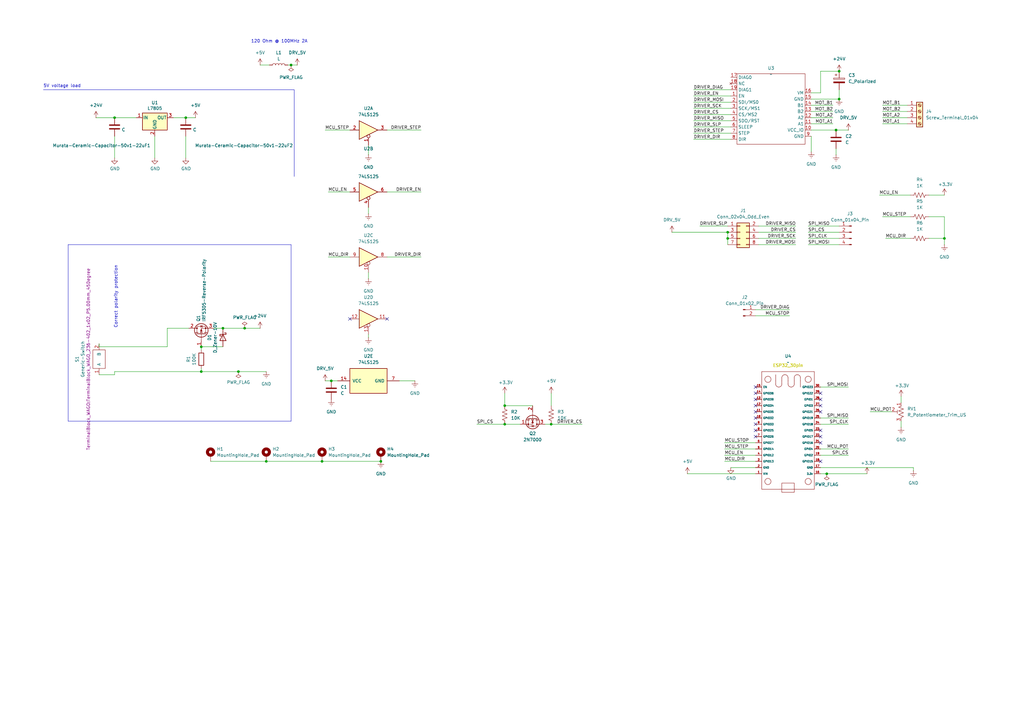
<source format=kicad_sch>
(kicad_sch (version 20231120) (generator "eeschema") (generator_version "8.0")
  (paper "A3")
  (lib_symbols
    (symbol "74xx:74LS125" (pin_names (offset 1.016))
      (property "Reference" "U" (at 0 1.27 0))
      (property "Value" "74LS125" (at 0 -1.27 0))
      (symbol "74LS125_1_0"
        (pin input inverted (at 0 -6.35 90) (length 4.445) (name "~") (number "1"))
        (pin input line (at -7.62 0 0) (length 3.81) (name "~") (number "2"))
        (pin tri_state line (at 7.62 0 180) (length 3.81) (name "~") (number "3"))
      )
      (symbol "74LS125_2_0"
        (pin input inverted (at 0 -6.35 90) (length 4.445) (name "~") (number "4"))
        (pin input line (at -7.62 0 0) (length 3.81) (name "~") (number "5"))
        (pin tri_state line (at 7.62 0 180) (length 3.81) (name "~") (number "6"))
      )
      (symbol "74LS125_3_0"
        (pin input inverted (at 0 -6.35 90) (length 4.445) (name "~") (number "10"))
        (pin tri_state line (at 7.62 0 180) (length 3.81) (name "~") (number "8"))
        (pin input line (at -7.62 0 0) (length 3.81) (name "~") (number "9"))
      )
      (symbol "74LS125_4_0"
        (pin tri_state line (at 7.62 0 180) (length 3.81) (name "~") (number "11"))
        (pin input line (at -7.62 0 0) (length 3.81) (name "~") (number "12"))
        (pin input inverted (at 0 -6.35 90) (length 4.445) (name "~") (number "13"))
      )
      (symbol "74LS125_5_0"
        (pin power_in line (at 0 12.7 270) (length 5.08) (name "VCC") (number "14"))
        (pin power_in line (at 0 -12.7 90) (length 5.08) (name "GND") (number "7"))
      )
    )
    (symbol "Connector:Conn_01x02_Pin" (pin_names (offset 1.016) hide)
      (property "Reference" "J" (at 0 2.54 0))
      (property "Value" "Conn_01x02_Pin" (at 0 -5.08 0))
      (symbol "Conn_01x02_Pin_1_1"
        (pin passive line (at 5.08 0 180) (length 3.81) (name "Pin_1") (number "1"))
        (pin passive line (at 5.08 -2.54 180) (length 3.81) (name "Pin_2") (number "2"))
      )
    )
    (symbol "Connector:Conn_01x04_Pin" (pin_names (offset 1.016) hide)
      (property "Reference" "J" (at 0 5.08 0))
      (property "Value" "Conn_01x04_Pin" (at 0 -7.62 0))
      (symbol "Conn_01x04_Pin_1_1"
        (pin passive line (at 5.08 2.54 180) (length 3.81) (name "Pin_1") (number "1"))
        (pin passive line (at 5.08 0 180) (length 3.81) (name "Pin_2") (number "2"))
        (pin passive line (at 5.08 -2.54 180) (length 3.81) (name "Pin_3") (number "3"))
        (pin passive line (at 5.08 -5.08 180) (length 3.81) (name "Pin_4") (number "4"))
      )
    )
    (symbol "Connector:Screw_Terminal_01x04" (pin_names (offset 1.016) hide)
      (property "Reference" "J" (at 0 5.08 0))
      (property "Value" "Screw_Terminal_01x04" (at 0 -7.62 0))
      (symbol "Screw_Terminal_01x04_1_1"
        (pin passive line (at -5.08 2.54 0) (length 3.81) (name "Pin_1") (number "1"))
        (pin passive line (at -5.08 0 0) (length 3.81) (name "Pin_2") (number "2"))
        (pin passive line (at -5.08 -2.54 0) (length 3.81) (name "Pin_3") (number "3"))
        (pin passive line (at -5.08 -5.08 0) (length 3.81) (name "Pin_4") (number "4"))
      )
    )
    (symbol "Connector_Generic:Conn_02x04_Odd_Even" (pin_names (offset 1.016) hide)
      (property "Reference" "J" (at 1.27 5.08 0))
      (property "Value" "Conn_02x04_Odd_Even" (at 1.27 -7.62 0))
      (symbol "Conn_02x04_Odd_Even_1_1"
        (pin passive line (at -5.08 2.54 0) (length 3.81) (name "Pin_1") (number "1"))
        (pin passive line (at 7.62 2.54 180) (length 3.81) (name "Pin_2") (number "2"))
        (pin passive line (at -5.08 0 0) (length 3.81) (name "Pin_3") (number "3"))
        (pin passive line (at 7.62 0 180) (length 3.81) (name "Pin_4") (number "4"))
        (pin passive line (at -5.08 -2.54 0) (length 3.81) (name "Pin_5") (number "5"))
        (pin passive line (at 7.62 -2.54 180) (length 3.81) (name "Pin_6") (number "6"))
        (pin passive line (at -5.08 -5.08 0) (length 3.81) (name "Pin_7") (number "7"))
        (pin passive line (at 7.62 -5.08 180) (length 3.81) (name "Pin_8") (number "8"))
      )
    )
    (symbol "Device:C" (pin_numbers hide) (pin_names (offset 0.254))
      (property "Reference" "C" (at 0.635 2.54 0))
      (property "Value" "C" (at 0.635 -2.54 0))
      (symbol "C_1_1"
        (pin passive line (at 0 3.81 270) (length 2.794) (name "~") (number "1"))
        (pin passive line (at 0 -3.81 90) (length 2.794) (name "~") (number "2"))
      )
    )
    (symbol "Device:C_Polarized" (pin_numbers hide) (pin_names (offset 0.254))
      (property "Reference" "C" (at 0.635 2.54 0))
      (property "Value" "C_Polarized" (at 0.635 -2.54 0))
      (symbol "C_Polarized_1_1"
        (pin passive line (at 0 3.81 270) (length 2.794) (name "~") (number "1"))
        (pin passive line (at 0 -3.81 90) (length 2.794) (name "~") (number "2"))
      )
    )
    (symbol "Device:D_Schottky" (pin_numbers hide) (pin_names (offset 1.016) hide)
      (property "Reference" "D" (at 0 2.54 0))
      (property "Value" "D_Schottky" (at 0 -2.54 0))
      (symbol "D_Schottky_1_1"
        (pin passive line (at -3.81 0 0) (length 2.54) (name "K") (number "1"))
        (pin passive line (at 3.81 0 180) (length 2.54) (name "A") (number "2"))
      )
    )
    (symbol "Device:L" (pin_numbers hide) (pin_names (offset 1.016) hide)
      (property "Reference" "L" (at -1.27 0 90))
      (property "Value" "L" (at 1.905 0 90))
      (symbol "L_1_1"
        (pin passive line (at 0 3.81 270) (length 1.27) (name "1") (number "1"))
        (pin passive line (at 0 -3.81 90) (length 1.27) (name "2") (number "2"))
      )
    )
    (symbol "Device:R" (pin_numbers hide) (pin_names (offset 0))
      (property "Reference" "R" (at 2.032 0 90))
      (property "Value" "R" (at 0 0 90))
      (symbol "R_1_1"
        (pin passive line (at 0 3.81 270) (length 1.27) (name "~") (number "1"))
        (pin passive line (at 0 -3.81 90) (length 1.27) (name "~") (number "2"))
      )
    )
    (symbol "Device:R_Potentiometer_Trim_US" (pin_names (offset 1.016) hide)
      (property "Reference" "RV" (at -4.445 0 90))
      (property "Value" "R_Potentiometer_Trim_US" (at -2.54 0 90))
      (symbol "R_Potentiometer_Trim_US_1_1"
        (pin passive line (at 0 3.81 270) (length 1.27) (name "1") (number "1"))
        (pin passive line (at 3.81 0 180) (length 1.27) (name "2") (number "2"))
        (pin passive line (at 0 -3.81 90) (length 1.27) (name "3") (number "3"))
      )
    )
    (symbol "Device:R_US" (pin_numbers hide) (pin_names (offset 0))
      (property "Reference" "R" (at 2.54 0 90))
      (property "Value" "R_US" (at -2.54 0 90))
      (symbol "R_US_1_1"
        (pin passive line (at 0 3.81 270) (length 1.27) (name "~") (number "1"))
        (pin passive line (at 0 -3.81 90) (length 1.27) (name "~") (number "2"))
      )
    )
    (symbol "Mechanical:MountingHole_Pad" (pin_numbers hide) (pin_names (offset 1.016) hide) (exclude_from_sim yes) (in_bom no)
      (property "Reference" "H" (at 0 6.35 0))
      (property "Value" "MountingHole_Pad" (at 0 4.445 0))
      (symbol "MountingHole_Pad_1_1"
        (pin input line (at 0 -2.54 90) (length 2.54) (name "1") (number "1"))
      )
    )
    (symbol "PWR_FLAG_1" (power) (pin_numbers hide) (pin_names (offset 0) hide)
      (property "Value" "PWR_FLAG" (at 0 3.81 0))
      (symbol "PWR_FLAG_1_0_0"
        (pin power_out line (at 0 0 90) (length 0) (name "~") (number "1"))
      )
    )
    (symbol "Regulator_Linear:L7805" (pin_names (offset 0.254))
      (property "Reference" "U" (at -3.81 3.175 0))
      (property "Value" "L7805" (at 0 3.175 0))
      (symbol "L7805_1_1"
        (pin power_in line (at -7.62 0 0) (length 2.54) (name "IN") (number "1"))
        (pin power_in line (at 0 -7.62 90) (length 2.54) (name "GND") (number "2"))
        (pin power_out line (at 7.62 0 180) (length 2.54) (name "OUT") (number "3"))
      )
    )
    (symbol "Transistor_FET:2N7000" (pin_names hide)
      (property "Reference" "Q" (at 5.08 1.905 0))
      (property "Value" "2N7000" (at 5.08 0 0))
      (symbol "2N7000_1_1"
        (pin passive line (at 2.54 -5.08 90) (length 2.54) (name "S") (number "1"))
        (pin input line (at -5.08 0 0) (length 2.54) (name "G") (number "2"))
        (pin passive line (at 2.54 5.08 270) (length 2.54) (name "D") (number "3"))
      )
    )
    (symbol "menelaos-v2-rescue:+3.3V-power" (power) (pin_names (offset 0))
      (property "Value" "+3.3V-power" (at 0 3.556 0))
      (symbol "+3.3V-power_1_1"
        (pin power_in line (at 0 0 90) (length 0) hide (name "+3V3") (number "1"))
      )
    )
    (symbol "menelaos-v2-rescue:Generic-Switch-knownParts" (pin_names (offset 1.016))
      (property "Reference" "S" (at 0 8.89 0))
      (property "Value" "knownParts_Generic-Switch" (at 0 5.08 0))
      (property "Footprint" "TerminalBlock:TerminalBlock_Altech_AK300-2_P5.00mm" (at 0 -5.08 0))
      (symbol "Generic-Switch-knownParts_1_1"
        (pin input line (at -6.35 0 0) (length 2.54) (name "A") (number "1"))
        (pin input line (at 6.35 0 180) (length 2.54) (name "B") (number "2"))
      )
    )
    (symbol "menelaos-v2-rescue:IRF5305-Reverse-Polarity-ariadne-ariadne-rescue" (pin_names hide)
      (property "Reference" "Q" (at 3.81 1.905 0))
      (property "Value" "ariadne-rescue_IRF5305-Reverse-Polarity-ariadne" (at 3.81 0 0))
      (symbol "IRF5305-Reverse-Polarity-ariadne-ariadne-rescue_1_1"
        (pin passive line (at -6.35 0 0) (length 2.54) (name "G") (number "1"))
        (pin output line (at 1.27 5.08 270) (length 2.54) (name "D") (number "2"))
        (pin input line (at 1.27 -5.08 90) (length 2.54) (name "S") (number "3"))
      )
    )
    (symbol "power:+24V" (power) (pin_numbers hide) (pin_names (offset 0) hide)
      (property "Value" "+24V" (at 0 3.556 0))
      (symbol "+24V_1_1"
        (pin power_in line (at 0 0 90) (length 0) (name "~") (number "1"))
      )
    )
    (symbol "power:+5V" (power) (pin_numbers hide) (pin_names (offset 0) hide)
      (property "Value" "+5V" (at 0 3.556 0))
      (symbol "+5V_1_1"
        (pin power_in line (at 0 0 90) (length 0) (name "~") (number "1"))
      )
    )
    (symbol "power:Earth" (power) (pin_numbers hide) (pin_names (offset 0) hide)
      (property "Value" "Earth" (at 0 -3.81 0))
      (symbol "Earth_1_1"
        (pin power_in line (at 0 0 270) (length 0) (name "~") (number "1"))
      )
    )
    (symbol "power:GND" (power) (pin_names (offset 0))
      (property "Value" "GND" (at 0 -3.81 0))
      (symbol "GND_1_1"
        (pin power_in line (at 0 0 270) (length 0) hide (name "GND") (number "1"))
      )
    )
    (symbol "power:PWR_FLAG" (power) (pin_numbers hide) (pin_names (offset 0) hide)
      (property "Value" "PWR_FLAG" (at 0 3.81 0))
      (symbol "PWR_FLAG_0_0"
        (pin power_out line (at 0 0 90) (length 0) (name "pwr") (number "1"))
      )
    )
    (symbol "privateParts:ESP32_30Pin"
      (property "Reference" "U" (at 0 0 0))
      (property "Footprint" "ESP32_30pin" (at 0 -2.54 0))
      (symbol "ESP32_30Pin_1_1"
        (pin power_out line (at 17.78 -13.335 90) (length 2.54) (name "VIN") (number "1"))
        (pin bidirectional line (at -5.08 -13.335 90) (length 2.54) (name "GPIO32") (number "10"))
        (pin bidirectional line (at -7.62 -13.335 90) (length 2.54) (name "GPIO35") (number "11"))
        (pin bidirectional line (at -10.16 -13.335 90) (length 2.54) (name "GPIO34") (number "12"))
        (pin bidirectional line (at -12.7 -13.335 90) (length 2.54) (name "GPIO39") (number "13"))
        (pin bidirectional line (at -15.24 -13.335 90) (length 2.54) (name "GPIO36") (number "14"))
        (pin bidirectional line (at -17.78 -13.335 90) (length 2.54) (name "EN") (number "15"))
        (pin output line (at 17.78 13.335 270) (length 2.54) (name "3.3v") (number "16"))
        (pin power_in line (at 15.24 13.335 270) (length 2.54) (name "GND") (number "17"))
        (pin bidirectional line (at 12.7 13.335 270) (length 2.54) (name "GPIO15") (number "18"))
        (pin bidirectional line (at 10.16 13.335 270) (length 2.54) (name "GPIO2") (number "19"))
        (pin bidirectional line (at 15.24 -13.335 90) (length 2.54) (name "GND") (number "2"))
        (pin bidirectional line (at 7.62 13.335 270) (length 2.54) (name "GPIO4") (number "20"))
        (pin bidirectional line (at 5.08 13.335 270) (length 2.54) (name "GPIO16") (number "21"))
        (pin bidirectional line (at 2.54 13.335 270) (length 2.54) (name "GPIO17") (number "22"))
        (pin bidirectional line (at 0 13.335 270) (length 2.54) (name "GPIO5") (number "23"))
        (pin bidirectional line (at -2.54 13.335 270) (length 2.54) (name "GPIO18") (number "24"))
        (pin bidirectional line (at -5.08 13.335 270) (length 2.54) (name "GPIO19") (number "25"))
        (pin bidirectional line (at -7.62 13.335 270) (length 2.54) (name "GPIO21") (number "26"))
        (pin bidirectional line (at -10.16 13.335 270) (length 2.54) (name "GPIO3") (number "27"))
        (pin bidirectional line (at -12.7 13.335 270) (length 2.54) (name "GPIO1") (number "28"))
        (pin bidirectional line (at -15.24 13.335 270) (length 2.54) (name "GPIO22") (number "29"))
        (pin bidirectional line (at 12.7 -13.335 90) (length 2.54) (name "GPIO13") (number "3"))
        (pin bidirectional line (at -17.78 13.335 270) (length 2.54) (name "GPIO23") (number "30"))
        (pin bidirectional line (at 10.16 -13.335 90) (length 2.54) (name "GPIO12") (number "4"))
        (pin bidirectional line (at 7.62 -13.335 90) (length 2.54) (name "GPIO14") (number "5"))
        (pin bidirectional line (at 5.08 -13.335 90) (length 2.54) (name "GPIO27") (number "6"))
        (pin bidirectional line (at 2.54 -13.335 90) (length 2.54) (name "GPIO26") (number "7"))
        (pin bidirectional line (at 0 -13.335 90) (length 2.54) (name "GPIO25") (number "8"))
        (pin bidirectional line (at -2.54 -13.335 90) (length 2.54) (name "GPIO33") (number "9"))
      )
    )
    (symbol "privateParts:Stepstick"
      (property "Reference" "U" (at 0 0 0))
      (symbol "Stepstick_1_1"
        (pin input line (at -17.78 6.35 0) (length 2.54) (name "EN") (number "1"))
        (pin power_in line (at 15.24 -7.62 180) (length 2.54) (name "VCC_IO") (number "10"))
        (pin input line (at 15.24 -5.08 180) (length 2.54) (name "A1") (number "11"))
        (pin input line (at 15.24 -2.54 180) (length 2.54) (name "A2") (number "12"))
        (pin input line (at 15.24 0 180) (length 2.54) (name "B2") (number "13"))
        (pin input line (at 15.24 2.54 180) (length 2.54) (name "B1") (number "14"))
        (pin input line (at 15.24 5.08 180) (length 2.54) (name "GND") (number "15"))
        (pin input line (at 15.24 7.62 180) (length 2.54) (name "VM") (number "16"))
        (pin input line (at -17.78 13.97 0) (length 2.54) (name "DIAG0") (number "17"))
        (pin no_connect line (at -17.78 11.43 0) (length 2.54) (name "NC") (number "18"))
        (pin input line (at -17.78 8.89 0) (length 2.54) (name "DIAG1") (number "19"))
        (pin input line (at -17.78 3.81 0) (length 2.54) (name "SDI/MS0") (number "2"))
        (pin input line (at -17.78 1.27 0) (length 2.54) (name "SCK/MS1") (number "3"))
        (pin input line (at -17.78 -1.27 0) (length 2.54) (name "CS/MS2") (number "4"))
        (pin input line (at -17.78 -3.81 0) (length 2.54) (name "SDO/RST") (number "5"))
        (pin input line (at -17.78 -6.35 0) (length 2.54) (name "SLEEP") (number "6"))
        (pin input line (at -17.78 -8.89 0) (length 2.54) (name "STEP") (number "7"))
        (pin input line (at -17.78 -11.43 0) (length 2.54) (name "DIR") (number "8"))
        (pin input line (at 15.24 -10.16 180) (length 2.54) (name "GND") (number "9"))
      )
    )
  )
  (junction (at 226.06 173.99))
  (junction (at 91.44 134.62))
  (junction (at 135.89 156.21))
  (junction (at 100.33 134.62))
  (junction (at 97.79 152.4))
  (junction (at 207.01 173.99))
  (junction (at 132.08 189.23))
  (junction (at 82.55 152.4))
  (junction (at 76.2 48.26))
  (junction (at 339.09 194.31))
  (junction (at 109.22 189.23))
  (junction (at 298.45 95.25))
  (junction (at 344.17 29.21))
  (junction (at 46.99 48.26))
  (junction (at 119.38 26.67))
  (junction (at 342.9 53.34))
  (junction (at 387.35 97.79))
  (junction (at 298.45 97.79))
  (junction (at 344.17 40.64))
  (junction (at 156.21 189.23))
  (junction (at 207.01 166.37))
  (junction (at 82.55 142.24))
  (no_connect (at 309.88 179.07))
  (no_connect (at 158.75 130.81))
  (no_connect (at 309.88 158.75))
  (no_connect (at 309.88 163.83))
  (no_connect (at 309.88 176.53))
  (no_connect (at 336.55 163.83))
  (no_connect (at 309.88 173.99))
  (no_connect (at 309.88 171.45))
  (no_connect (at 336.55 176.53))
  (no_connect (at 336.55 181.61))
  (no_connect (at 336.55 168.91))
  (no_connect (at 143.51 130.81))
  (no_connect (at 309.88 161.29))
  (no_connect (at 309.88 168.91))
  (no_connect (at 336.55 161.29))
  (no_connect (at 336.55 189.23))
  (no_connect (at 309.88 166.37))
  (no_connect (at 336.55 179.07))
  (no_connect (at 336.55 166.37))
  (wire (pts (xy 226.06 161.29) (xy 226.06 166.37)))
  (wire (pts (xy 195.58 173.99) (xy 207.01 173.99)))
  (wire (pts (xy 284.48 52.07) (xy 299.72 52.07)))
  (wire (pts (xy 336.55 191.77) (xy 374.65 191.77)))
  (wire (pts (xy 275.59 95.25) (xy 298.45 95.25)))
  (wire (pts (xy 339.09 194.31) (xy 355.6 194.31)))
  (wire (pts (xy 133.35 53.34) (xy 143.51 53.34)))
  (wire (pts (xy 332.74 45.72) (xy 341.63 45.72)))
  (wire (pts (xy 91.44 142.24) (xy 82.55 142.24)))
  (wire (pts (xy 342.9 60.96) (xy 342.9 63.5)))
  (wire (pts (xy 226.06 173.99) (xy 238.76 173.99)))
  (wire (pts (xy 381 88.9) (xy 387.35 88.9)))
  (wire (pts (xy 46.99 153.67) (xy 46.99 152.4)))
  (polyline (pts (xy 27.94 100.33) (xy 27.94 172.72)))
  (wire (pts (xy 342.9 53.34) (xy 347.98 53.34)))
  (wire (pts (xy 207.01 173.99) (xy 213.36 173.99)))
  (wire (pts (xy 297.18 186.69) (xy 309.88 186.69)))
  (wire (pts (xy 63.5 55.88) (xy 63.5 64.77)))
  (wire (pts (xy 97.79 152.4) (xy 109.22 152.4)))
  (wire (pts (xy 284.48 46.99) (xy 299.72 46.99)))
  (wire (pts (xy 332.74 50.8) (xy 341.63 50.8)))
  (wire (pts (xy 158.75 78.74) (xy 172.72 78.74)))
  (wire (pts (xy 363.22 97.79) (xy 373.38 97.79)))
  (wire (pts (xy 76.2 48.26) (xy 80.1701 48.26)))
  (wire (pts (xy 361.95 43.18) (xy 372.11 43.18)))
  (wire (pts (xy 86.36 189.23) (xy 109.22 189.23)))
  (wire (pts (xy 369.57 172.72) (xy 369.57 175.26)))
  (wire (pts (xy 82.55 151.13) (xy 82.55 152.4)))
  (wire (pts (xy 40.64 142.24) (xy 40.64 140.97)))
  (wire (pts (xy 46.99 55.88) (xy 46.99 64.77)))
  (wire (pts (xy 158.75 105.41) (xy 172.72 105.41)))
  (wire (pts (xy 40.64 142.24) (xy 68.58 142.24)))
  (wire (pts (xy 336.55 194.31) (xy 339.09 194.31)))
  (wire (pts (xy 332.74 55.88) (xy 332.74 62.23)))
  (wire (pts (xy 118.11 26.67) (xy 119.38 26.67)))
  (wire (pts (xy 100.33 134.62) (xy 106.68 134.62)))
  (wire (pts (xy 82.55 143.51) (xy 82.55 142.24)))
  (wire (pts (xy 369.57 162.56) (xy 369.57 165.1)))
  (wire (pts (xy 336.55 29.21) (xy 344.17 29.21)))
  (wire (pts (xy 119.38 26.67) (xy 121.92 26.67)))
  (wire (pts (xy 374.65 191.77) (xy 374.65 193.04)))
  (wire (pts (xy 223.52 173.99) (xy 226.06 173.99)))
  (wire (pts (xy 309.88 127) (xy 323.85 127)))
  (wire (pts (xy 347.98 184.15) (xy 336.55 184.15)))
  (wire (pts (xy 284.48 49.53) (xy 299.72 49.53)))
  (wire (pts (xy 68.58 134.62) (xy 68.58 142.24)))
  (wire (pts (xy 284.48 44.45) (xy 299.72 44.45)))
  (wire (pts (xy 332.74 53.34) (xy 342.9 53.34)))
  (polyline (pts (xy 120.65 36.83) (xy 120.65 72.39)))
  (wire (pts (xy 134.62 105.41) (xy 143.51 105.41)))
  (wire (pts (xy 151.13 59.69) (xy 151.13 63.5)))
  (wire (pts (xy 163.83 156.21) (xy 170.18 156.21)))
  (wire (pts (xy 309.88 129.54) (xy 323.85 129.54)))
  (wire (pts (xy 297.18 189.23) (xy 309.88 189.23)))
  (wire (pts (xy 134.62 78.74) (xy 143.51 78.74)))
  (wire (pts (xy 297.18 181.61) (xy 309.88 181.61)))
  (wire (pts (xy 387.35 97.79) (xy 387.35 100.33)))
  (wire (pts (xy 87.63 134.62) (xy 91.44 134.62)))
  (wire (pts (xy 299.72 191.77) (xy 309.88 191.77)))
  (wire (pts (xy 381 80.01) (xy 387.35 80.01)))
  (wire (pts (xy 158.75 53.34) (xy 172.72 53.34)))
  (wire (pts (xy 39.37 48.26) (xy 46.99 48.26)))
  (wire (pts (xy 387.35 88.9) (xy 387.35 97.79)))
  (wire (pts (xy 332.74 43.18) (xy 341.63 43.18)))
  (polyline (pts (xy 27.94 172.72) (xy 119.38 172.72)))
  (wire (pts (xy 361.95 45.72) (xy 372.11 45.72)))
  (wire (pts (xy 284.48 36.83) (xy 299.72 36.83)))
  (wire (pts (xy 284.48 57.15) (xy 299.72 57.15)))
  (polyline (pts (xy 119.38 172.72) (xy 119.38 100.33)))
  (wire (pts (xy 297.18 184.15) (xy 309.88 184.15)))
  (wire (pts (xy 331.47 100.33) (xy 344.17 100.33)))
  (wire (pts (xy 135.89 156.21) (xy 138.43 156.21)))
  (wire (pts (xy 361.95 50.8) (xy 372.11 50.8)))
  (wire (pts (xy 55.88 48.26) (xy 46.99 48.26)))
  (wire (pts (xy 71.12 48.26) (xy 76.2 48.26)))
  (wire (pts (xy 298.45 95.25) (xy 298.45 97.79)))
  (wire (pts (xy 284.48 41.91) (xy 299.72 41.91)))
  (wire (pts (xy 76.2 64.77) (xy 76.2 55.88)))
  (wire (pts (xy 281.94 194.31) (xy 309.88 194.31)))
  (wire (pts (xy 151.13 111.76) (xy 151.13 114.3)))
  (wire (pts (xy 151.13 85.09) (xy 151.13 87.63)))
  (wire (pts (xy 284.48 54.61) (xy 299.72 54.61)))
  (wire (pts (xy 207.01 161.29) (xy 207.01 166.37)))
  (wire (pts (xy 361.95 88.9) (xy 373.38 88.9)))
  (wire (pts (xy 46.99 152.4) (xy 82.55 152.4)))
  (wire (pts (xy 336.55 173.99) (xy 347.98 173.99)))
  (wire (pts (xy 298.45 97.79) (xy 298.45 100.33)))
  (wire (pts (xy 331.47 95.25) (xy 344.17 95.25)))
  (wire (pts (xy 284.48 39.37) (xy 299.72 39.37)))
  (wire (pts (xy 331.47 97.79) (xy 344.17 97.79)))
  (wire (pts (xy 311.15 100.33) (xy 326.39 100.33)))
  (wire (pts (xy 151.13 137.16) (xy 151.13 138.43)))
  (wire (pts (xy 331.47 92.71) (xy 344.17 92.71)))
  (wire (pts (xy 133.35 156.21) (xy 135.89 156.21)))
  (wire (pts (xy 68.58 134.62) (xy 77.47 134.62)))
  (wire (pts (xy 109.22 189.23) (xy 132.08 189.23)))
  (wire (pts (xy 361.95 48.26) (xy 372.11 48.26)))
  (wire (pts (xy 91.44 134.62) (xy 100.33 134.62)))
  (wire (pts (xy 332.74 38.1) (xy 336.55 38.1)))
  (wire (pts (xy 336.55 38.1) (xy 336.55 29.21)))
  (polyline (pts (xy 119.38 100.33) (xy 27.94 100.33)))
  (wire (pts (xy 336.55 171.45) (xy 347.98 171.45)))
  (wire (pts (xy 336.55 158.75) (xy 347.98 158.75)))
  (wire (pts (xy 336.55 186.69) (xy 347.98 186.69)))
  (wire (pts (xy 344.17 36.83) (xy 344.17 40.64)))
  (wire (pts (xy 287.02 92.71) (xy 298.45 92.71)))
  (wire (pts (xy 381 97.79) (xy 387.35 97.79)))
  (wire (pts (xy 311.15 97.79) (xy 326.39 97.79)))
  (wire (pts (xy 356.87 168.91) (xy 365.76 168.91)))
  (wire (pts (xy 207.01 166.37) (xy 218.44 166.37)))
  (wire (pts (xy 46.99 153.67) (xy 40.64 153.67)))
  (wire (pts (xy 106.68 26.67) (xy 110.49 26.67)))
  (wire (pts (xy 311.15 92.71) (xy 326.39 92.71)))
  (wire (pts (xy 97.79 152.4) (xy 82.55 152.4)))
  (wire (pts (xy 332.74 48.26) (xy 341.63 48.26)))
  (wire (pts (xy 360.68 80.01) (xy 373.38 80.01)))
  (wire (pts (xy 311.15 95.25) (xy 326.39 95.25)))
  (polyline (pts (xy 17.78 36.83) (xy 120.65 36.83)))
  (wire (pts (xy 332.74 40.64) (xy 344.17 40.64)))
  (wire (pts (xy 132.08 189.23) (xy 156.21 189.23)))
  (text "5V voltage load\n\n" (at 17.78 38.1 0) (effects (font (size 1.27 1.27)) (justify left bottom)))
  (text "Correct polarity protection\n" (at 48.26 134.62 90) (effects (font (size 1.27 1.27)) (justify left bottom)))
  (text "120 Ohm @ 100MHz 2A" (at 114.554 17.018 0) (effects (font (size 1.27 1.27))))
  (label "DRIVER_CS" (at 284.48 46.99 0))
  (label "MOT_B1" (at 341.63 43.18 180))
  (label "SPI_MOSI" (at 331.47 100.33 0))
  (label "DRIVER_MOSI" (at 284.48 41.91 0))
  (label "MCU_EN" (at 360.68 80.01 0))
  (label "DRIVER_DIAG" (at 284.48 36.83 0))
  (label "SPI_CLK" (at 347.98 173.99 180))
  (label "MCU_STEP" (at 361.95 88.9 0))
  (label "MOT_B1" (at 361.95 43.18 0))
  (label "MCU_STEP" (at 297.18 184.15 0))
  (label "DRIVER_STEP" (at 172.72 53.34 180))
  (label "DRIVER_STEP" (at 284.48 54.61 0))
  (label "MCU_DIR" (at 297.18 189.23 0))
  (label "DRIVER_SLP" (at 287.02 92.71 0))
  (label "MOT_B2" (at 361.95 45.72 0))
  (label "DRIVER_EN" (at 284.48 39.37 0))
  (label "SPI_CS" (at 331.47 95.25 0))
  (label "DRIVER_DIAG" (at 323.85 127 180))
  (label "DRIVER_DIR" (at 284.48 57.15 0))
  (label "DRIVER_CS" (at 238.76 173.99 180))
  (label "MCU_STOP" (at 297.18 181.61 0))
  (label "MCU_POT" (at 356.87 168.91 0))
  (label "DRIVER_DIR" (at 172.72 105.41 180))
  (label "MCU_STOP" (at 323.85 129.54 180))
  (label "DRIVER_SLP" (at 284.48 52.07 0))
  (label "SPI_MISO" (at 347.98 171.45 180))
  (label "MCU_DIR" (at 134.62 105.41 0))
  (label "DRIVER_SCK" (at 284.48 44.45 0))
  (label "MOT_A1" (at 341.63 50.8 180))
  (label "SPI_CLK" (at 331.47 97.79 0))
  (label "MCU_EN" (at 297.18 186.69 0))
  (label "MCU_POT" (at 347.98 184.15 180))
  (label "SPI_CS" (at 195.58 173.99 0))
  (label "SPI_CS" (at 347.98 186.69 180))
  (label "MOT_A1" (at 361.95 50.8 0))
  (label "DRIVER_EN" (at 172.72 78.74 180))
  (label "MOT_A2" (at 341.63 48.26 180))
  (label "MCU_STEP" (at 133.35 53.34 0))
  (label "MOT_B2" (at 341.63 45.72 180))
  (label "MOT_A2" (at 361.95 48.26 0))
  (label "MCU_DIR" (at 363.22 97.79 0))
  (label "MCU_EN" (at 134.62 78.74 0))
  (label "DRIVER_MOSI" (at 326.39 100.33 180))
  (label "SPI_MOSI" (at 347.98 158.75 180))
  (label "DRIVER_CS" (at 326.39 95.25 180))
  (label "SPI_MISO" (at 331.47 92.71 0))
  (label "DRIVER_SCK" (at 326.39 97.79 180))
  (label "DRIVER_MISO" (at 326.39 92.71 180))
  (label "DRIVER_MISO" (at 284.48 49.53 0))
  (symbol (lib_id "power:GND") (at 299.72 191.77 0) (unit 1)
    (property "Reference" "#PWR022" (effects (hide yes)))
    (property "Value" "GND" (at 299.847 196.1642 0))
  )
  (symbol (lib_id "menelaos-v2-rescue:+3.3V-power") (at 355.6 194.31 0) (unit 1)
    (property "Reference" "#PWR028" (effects (hide yes)))
    (property "Value" "+3.3V" (at 355.981 189.9158 0))
  )
  (symbol (lib_id "power:PWR_FLAG") (at 339.09 194.31 180) (unit 1)
    (property "Reference" "#FLG04" (effects (hide yes)))
    (property "Value" "PWR_FLAG" (at 339.09 198.7042 0))
  )
  (symbol (lib_id "privateParts:ESP32_30Pin") (at 323.215 176.53 270) (unit 1)
    (property "Reference" "U4" (at 323.215 146.05 90))
    (property "Value" "~" (at 323.215 148.59 90))
    (property "Footprint" "ESP32_30pin" (at 323.215 149.86 90))
  )
  (symbol (lib_id "Device:C") (at 46.99 52.07 0) (unit 1)
    (property "Reference" "Murata-Ceramic-Capacitor-50v1-22uF1" (at 21.59 59.69 0) (effects (justify left)))
    (property "Value" "C" (at 49.911 53.213 0) (effects (justify left)))
    (property "Footprint" "Capacitor_THT:C_Disc_D3.0mm_W1.6mm_P2.50mm" (effects (hide yes)))
  )
  (symbol (lib_id "power:Earth") (at 109.22 152.4 0) (unit 1)
    (property "Reference" "#PWR08" (effects (hide yes)))
    (property "Value" "GND" (at 109.22 157.48 0))
    (property "Description" "Power symbol creates a global label with name \"Earth\"" (effects (hide yes)))
  )
  (symbol (lib_id "Mechanical:MountingHole_Pad") (at 132.08 186.69 0) (unit 1) (exclude_from_sim yes) (in_bom no)
    (property "Reference" "H3" (at 134.62 184.1499 0) (effects (justify left)))
    (property "Value" "MountingHole_Pad" (at 134.62 186.6899 0) (effects (justify left)))
    (property "Footprint" "MountingHole:MountingHole_3.2mm_M3_Pad_Via" (effects (hide yes)))
    (property "Description" "Mounting Hole with connection" (effects (hide yes)))
  )
  (symbol (lib_id "privateParts:Stepstick") (at 317.5 45.72 0) (unit 1)
    (property "Reference" "U3" (at 316.23 27.94 0))
    (property "Value" "~" (at 316.23 30.48 0))
    (property "Footprint" "privateParts:MODULE_TMC5160_SILENTSTEPSTICK" (effects (hide yes)))
  )
  (symbol (lib_id "Device:C") (at 135.89 160.02 0) (unit 1)
    (property "Reference" "C1" (at 139.7 158.7499 0) (effects (justify left)))
    (property "Value" "C" (at 139.7 161.2899 0) (effects (justify left)))
    (property "Footprint" "Capacitor_THT:C_Disc_D5.0mm_W2.5mm_P2.50mm" (effects (hide yes)))
    (property "Description" "Unpolarized capacitor" (effects (hide yes)))
  )
  (symbol (lib_id "power:Earth") (at 151.13 138.43 0) (unit 1)
    (property "Reference" "#PWR015" (effects (hide yes)))
    (property "Value" "GND" (at 151.13 143.51 0))
    (property "Description" "Power symbol creates a global label with name \"Earth\"" (effects (hide yes)))
  )
  (symbol (lib_id "power:+5V") (at 106.68 26.67 0) (unit 1)
    (property "Reference" "#PWR06" (effects (hide yes)))
    (property "Value" "+5V" (at 106.68 21.59 0))
    (property "Description" "Power symbol creates a global label with name \"+5V\"" (effects (hide yes)))
  )
  (symbol (lib_id "Device:C") (at 342.9 57.15 0) (unit 1)
    (property "Reference" "C2" (at 346.71 55.8799 0) (effects (justify left)))
    (property "Value" "C" (at 346.71 58.4199 0) (effects (justify left)))
    (property "Footprint" "Capacitor_THT:C_Disc_D5.0mm_W2.5mm_P2.50mm" (effects (hide yes)))
    (property "Description" "Unpolarized capacitor" (effects (hide yes)))
  )
  (symbol (lib_id "power:Earth") (at 344.17 40.64 0) (unit 1)
    (property "Reference" "#PWR026" (effects (hide yes)))
    (property "Value" "GND" (at 344.17 45.72 0))
    (property "Description" "Power symbol creates a global label with name \"Earth\"" (effects (hide yes)))
  )
  (symbol (lib_id "Device:R_US") (at 207.01 170.18 180) (unit 1)
    (property "Reference" "R2" (at 209.55 168.9099 0) (effects (justify right)))
    (property "Value" "10K" (at 209.55 171.4499 0) (effects (justify right)))
    (property "Footprint" "Resistor_THT:R_Axial_DIN0204_L3.6mm_D1.6mm_P7.62mm_Horizontal" (effects (hide yes)))
    (property "Description" "Resistor, US symbol" (effects (hide yes)))
  )
  (symbol (lib_id "power:Earth") (at 151.13 87.63 0) (unit 1)
    (property "Reference" "#PWR013" (effects (hide yes)))
    (property "Value" "GND" (at 151.13 92.71 0))
    (property "Description" "Power symbol creates a global label with name \"Earth\"" (effects (hide yes)))
  )
  (symbol (lib_id "Transistor_FET:2N7000") (at 218.44 171.45 270) (unit 1)
    (property "Reference" "Q2" (at 218.44 177.8 90))
    (property "Value" "2N7000" (at 218.44 180.34 90))
    (property "Footprint" "Package_TO_SOT_THT:TO-92_Inline" (effects (hide yes)))
    (property "Datasheet" "https://www.vishay.com/docs/70226/70226.pdf" (effects (hide yes)))
    (property "Description" "0.2A Id, 200V Vds, N-Channel MOSFET, 2.6V Logic Level, TO-92" (effects (hide yes)))
  )
  (symbol (lib_name "PWR_FLAG_1") (lib_id "power:PWR_FLAG") (at 119.38 26.67 180) (unit 1)
    (property "Reference" "#FLG03" (effects (hide yes)))
    (property "Value" "PWR_FLAG" (at 119.38 31.75 0))
    (property "Description" "Special symbol for telling ERC where power comes from" (effects (hide yes)))
  )
  (symbol (lib_id "74xx:74LS125") (at 151.13 156.21 90) (unit 5)
    (property "Reference" "U2" (at 151.13 146.05 90))
    (property "Value" "74LS125" (at 151.13 148.59 90))
    (property "Footprint" "Package_DIP:DIP-14_W7.62mm" (effects (hide yes)))
    (property "Datasheet" "http://www.ti.com/lit/gpn/sn74LS125" (effects (hide yes)))
    (property "Description" "Quad buffer 3-State outputs" (effects (hide yes)))
  )
  (symbol (lib_id "Device:C_Polarized") (at 344.17 33.02 0) (unit 1)
    (property "Reference" "C3" (at 347.98 30.8609 0) (effects (justify left)))
    (property "Value" "C_Polarized" (at 347.98 33.4009 0) (effects (justify left)))
    (property "Footprint" "Capacitor_THT:CP_Radial_D8.0mm_P5.00mm" (effects (hide yes)))
    (property "Description" "Polarized capacitor" (effects (hide yes)))
  )
  (symbol (lib_id "power:PWR_FLAG") (at 100.33 134.62 0) (unit 1)
    (property "Reference" "#FLG02" (effects (hide yes)))
    (property "Value" "PWR_FLAG" (at 100.33 130.2258 0))
  )
  (symbol (lib_id "Device:R_US") (at 377.19 80.01 90) (unit 1)
    (property "Reference" "R4" (at 377.19 73.66 90))
    (property "Value" "1K" (at 377.19 76.2 90))
    (property "Footprint" "Resistor_THT:R_Axial_DIN0204_L3.6mm_D1.6mm_P7.62mm_Horizontal" (effects (hide yes)))
    (property "Description" "Resistor, US symbol" (effects (hide yes)))
  )
  (symbol (lib_id "Mechanical:MountingHole_Pad") (at 86.36 186.69 0) (unit 1) (exclude_from_sim yes) (in_bom no)
    (property "Reference" "H1" (at 88.9 184.1499 0) (effects (justify left)))
    (property "Value" "MountingHole_Pad" (at 88.9 186.6899 0) (effects (justify left)))
    (property "Footprint" "MountingHole:MountingHole_3.2mm_M3_Pad_Via" (effects (hide yes)))
    (property "Description" "Mounting Hole with connection" (effects (hide yes)))
  )
  (symbol (lib_id "Connector_Generic:Conn_02x04_Odd_Even") (at 303.53 95.25 0) (unit 1)
    (property "Reference" "J1" (at 304.8 86.36 0))
    (property "Value" "Conn_02x04_Odd_Even" (at 304.8 88.9 0))
    (property "Footprint" "Connector_PinHeader_2.54mm:PinHeader_2x04_P2.54mm_Vertical" (effects (hide yes)))
    (property "Description" "Generic connector, double row, 02x04, odd/even pin numbering scheme (row 1 odd numbers, row 2 even numbers), script generated (kicad-library-utils/schlib/autogen/connector/)" (effects (hide yes)))
  )
  (symbol (lib_id "power:GND") (at 76.2 64.77 0) (unit 1)
    (property "Reference" "#PWR04" (effects (hide yes)))
    (property "Value" "GND" (at 76.327 69.1642 0))
  )
  (symbol (lib_id "power:+24V") (at 106.68 134.62 0) (unit 1)
    (property "Reference" "#PWR07" (effects (hide yes)))
    (property "Value" "+24V" (at 106.68 129.54 0))
    (property "Description" "Power symbol creates a global label with name \"+24V\"" (effects (hide yes)))
  )
  (symbol (lib_id "Device:D_Schottky") (at 91.44 138.43 270) (unit 1)
    (property "Reference" "D1" (at 85.9282 138.43 0))
    (property "Value" "D_Zener-10V" (at 88.2396 138.43 0))
    (property "Footprint" "Diode_THT:D_DO-41_SOD81_P7.62mm_Horizontal" (effects (hide yes)))
  )
  (symbol (lib_id "Device:R_Potentiometer_Trim_US") (at 369.57 168.91 0) (mirror y) (unit 1)
    (property "Reference" "RV1" (at 372.11 167.6399 0) (effects (justify right)))
    (property "Value" "R_Potentiometer_Trim_US" (at 372.11 170.1799 0) (effects (justify right)))
    (property "Footprint" "Potentiometer_THT:Potentiometer_Bourns_3296W_Vertical" (effects (hide yes)))
    (property "Description" "Trim-potentiometer, US symbol" (effects (hide yes)))
  )
  (symbol (lib_id "power:+24V") (at 39.37 48.26 0) (unit 1)
    (property "Reference" "#PWR01" (effects (hide yes)))
    (property "Value" "+24V" (at 39.37 43.18 0))
    (property "Description" "Power symbol creates a global label with name \"+24V\"" (effects (hide yes)))
  )
  (symbol (lib_id "74xx:74LS125") (at 151.13 78.74 0) (unit 2)
    (property "Reference" "U2" (at 151.13 60.96 0))
    (property "Value" "74LS125" (at 151.13 72.39 0))
    (property "Footprint" "Package_DIP:DIP-14_W7.62mm" (effects (hide yes)))
    (property "Datasheet" "http://www.ti.com/lit/gpn/sn74LS125" (effects (hide yes)))
    (property "Description" "Quad buffer 3-State outputs" (effects (hide yes)))
  )
  (symbol (lib_id "menelaos-v2-rescue:+3.3V-power") (at 207.01 161.29 0) (unit 1)
    (property "Reference" "#PWR018" (effects (hide yes)))
    (property "Value" "+3.3V" (at 207.391 156.8958 0))
  )
  (symbol (lib_id "power:Earth") (at 332.74 62.23 0) (unit 1)
    (property "Reference" "#PWR023" (effects (hide yes)))
    (property "Value" "GND" (at 332.74 67.31 0))
    (property "Description" "Power symbol creates a global label with name \"Earth\"" (effects (hide yes)))
  )
  (symbol (lib_id "power:Earth") (at 374.65 193.04 0) (unit 1)
    (property "Reference" "#PWR031" (effects (hide yes)))
    (property "Value" "GND" (at 374.65 198.12 0))
    (property "Description" "Power symbol creates a global label with name \"Earth\"" (effects (hide yes)))
  )
  (symbol (lib_id "menelaos-v2-rescue:+3.3V-power") (at 387.35 80.01 0) (unit 1)
    (property "Reference" "#PWR032" (effects (hide yes)))
    (property "Value" "+3.3V" (at 387.731 75.6158 0))
  )
  (symbol (lib_id "74xx:74LS125") (at 151.13 105.41 0) (unit 3)
    (property "Reference" "U2" (at 151.13 96.52 0))
    (property "Value" "74LS125" (at 151.13 99.06 0))
    (property "Footprint" "Package_DIP:DIP-14_W7.62mm" (effects (hide yes)))
    (property "Datasheet" "http://www.ti.com/lit/gpn/sn74LS125" (effects (hide yes)))
    (property "Description" "Quad buffer 3-State outputs" (effects (hide yes)))
  )
  (symbol (lib_id "power:GND") (at 46.99 64.77 0) (unit 1)
    (property "Reference" "#PWR02" (effects (hide yes)))
    (property "Value" "GND" (at 47.117 69.1642 0))
  )
  (symbol (lib_id "Device:R") (at 82.55 147.32 0) (unit 1)
    (property "Reference" "R1" (at 77.2922 147.32 90))
    (property "Value" "100K" (at 79.6036 147.32 90))
    (property "Footprint" "Resistor_THT:R_Axial_DIN0204_L3.6mm_D1.6mm_P7.62mm_Horizontal" (effects (hide yes)))
  )
  (symbol (lib_id "Connector:Conn_01x02_Pin") (at 304.8 127 0) (unit 1)
    (property "Reference" "J2" (at 305.435 121.92 0))
    (property "Value" "Conn_01x02_Pin" (at 305.435 124.46 0))
    (property "Footprint" "Connector_PinHeader_2.54mm:PinHeader_1x02_P2.54mm_Vertical" (effects (hide yes)))
    (property "Description" "Generic connector, single row, 01x02, script generated" (effects (hide yes)))
  )
  (symbol (lib_id "Device:R_US") (at 377.19 88.9 90) (unit 1)
    (property "Reference" "R5" (at 377.19 82.55 90))
    (property "Value" "1K" (at 377.19 85.09 90))
    (property "Footprint" "Resistor_THT:R_Axial_DIN0204_L3.6mm_D1.6mm_P7.62mm_Horizontal" (effects (hide yes)))
    (property "Description" "Resistor, US symbol" (effects (hide yes)))
  )
  (symbol (lib_id "power:Earth") (at 135.89 163.83 0) (unit 1)
    (property "Reference" "#PWR011" (effects (hide yes)))
    (property "Value" "GND" (at 135.89 168.91 0))
    (property "Description" "Power symbol creates a global label with name \"Earth\"" (effects (hide yes)))
  )
  (symbol (lib_id "Device:R_US") (at 377.19 97.79 90) (unit 1)
    (property "Reference" "R6" (at 377.19 91.44 90))
    (property "Value" "1K" (at 377.19 93.98 90))
    (property "Footprint" "Resistor_THT:R_Axial_DIN0204_L3.6mm_D1.6mm_P7.62mm_Horizontal" (effects (hide yes)))
    (property "Description" "Resistor, US symbol" (effects (hide yes)))
  )
  (symbol (lib_id "Regulator_Linear:L7805") (at 63.5 48.26 0) (unit 1)
    (property "Reference" "U1" (at 63.5 42.1132 0))
    (property "Value" "L7805" (at 63.5 44.4246 0))
    (property "Footprint" "Package_TO_SOT_THT:TO-220-3_Horizontal_TabDown" (effects (hide yes)))
    (property "Datasheet" "http://www.st.com/content/ccc/resource/technical/document/datasheet/41/4f/b3/b0/12/d4/47/88/CD00000444.pdf/files/CD00000444.pdf/jcr:content/translations/en.CD00000444.pdf" (effects (hide yes)))
  )
  (symbol (lib_id "power:+5V") (at 275.59 95.25 0) (unit 1)
    (property "Reference" "#PWR020" (effects (hide yes)))
    (property "Value" "DRV_5V" (at 275.59 90.17 0))
    (property "Description" "Power symbol creates a global label with name \"+5V\"" (effects (hide yes)))
  )
  (symbol (lib_id "Connector:Screw_Terminal_01x04") (at 377.19 45.72 0) (unit 1)
    (property "Reference" "J4" (at 379.73 45.7199 0) (effects (justify left)))
    (property "Value" "Screw_Terminal_01x04" (at 379.73 48.2599 0) (effects (justify left)))
    (property "Footprint" "TerminalBlock_WAGO:TerminalBlock_WAGO_236-404_1x04_P5.00mm_45Degree" (effects (hide yes)))
    (property "Description" "Generic screw terminal, single row, 01x04, script generated (kicad-library-utils/schlib/autogen/connector/)" (effects (hide yes)))
  )
  (symbol (lib_id "Mechanical:MountingHole_Pad") (at 109.22 186.69 0) (unit 1) (exclude_from_sim yes) (in_bom no)
    (property "Reference" "H2" (at 111.76 184.1499 0) (effects (justify left)))
    (property "Value" "MountingHole_Pad" (at 111.76 186.6899 0) (effects (justify left)))
    (property "Footprint" "MountingHole:MountingHole_3.2mm_M3_Pad_Via" (effects (hide yes)))
    (property "Description" "Mounting Hole with connection" (effects (hide yes)))
  )
  (symbol (lib_id "74xx:74LS125") (at 151.13 53.34 0) (unit 1)
    (property "Reference" "U2" (at 151.13 44.45 0))
    (property "Value" "74LS125" (at 151.13 46.99 0))
    (property "Footprint" "Package_DIP:DIP-14_W7.62mm" (effects (hide yes)))
    (property "Datasheet" "http://www.ti.com/lit/gpn/sn74LS125" (effects (hide yes)))
    (property "Description" "Quad buffer 3-State outputs" (effects (hide yes)))
  )
  (symbol (lib_id "power:+5V") (at 281.94 194.31 0) (unit 1)
    (property "Reference" "#PWR021" (effects (hide yes)))
    (property "Value" "+5V" (at 281.94 189.23 0))
    (property "Description" "Power symbol creates a global label with name \"+5V\"" (effects (hide yes)))
  )
  (symbol (lib_id "menelaos-v2-rescue:Generic-Switch-knownParts") (at 40.64 147.32 90) (unit 1)
    (property "Reference" "S1" (at 31.623 147.32 0))
    (property "Value" "Generic-Switch" (at 33.9344 147.32 0))
    (property "Footprint" "TerminalBlock_WAGO:TerminalBlock_WAGO_236-402_1x02_P5.00mm_45Degree" (at 36.2458 147.32 0))
  )
  (symbol (lib_id "power:+5V") (at 133.35 156.21 0) (unit 1)
    (property "Reference" "#PWR010" (effects (hide yes)))
    (property "Value" "DRV_5V" (at 133.35 151.13 0))
    (property "Description" "Power symbol creates a global label with name \"+5V\"" (effects (hide yes)))
  )
  (symbol (lib_id "Device:L") (at 114.3 26.67 90) (unit 1)
    (property "Reference" "L1" (at 114.3 21.59 90))
    (property "Value" "L" (at 114.3 24.13 90))
    (property "Footprint" "Resistor_THT:R_Axial_DIN0204_L3.6mm_D1.6mm_P7.62mm_Horizontal" (effects (hide yes)))
    (property "Description" "Inductor" (effects (hide yes)))
  )
  (symbol (lib_id "Device:R_US") (at 226.06 170.18 180) (unit 1)
    (property "Reference" "R3" (at 228.6 168.9099 0) (effects (justify right)))
    (property "Value" "10K" (at 228.6 171.4499 0) (effects (justify right)))
    (property "Footprint" "Resistor_THT:R_Axial_DIN0204_L3.6mm_D1.6mm_P7.62mm_Horizontal" (effects (hide yes)))
    (property "Description" "Resistor, US symbol" (effects (hide yes)))
  )
  (symbol (lib_id "power:+5V") (at 80.1701 48.26 0) (unit 1)
    (property "Reference" "#PWR05" (effects (hide yes)))
    (property "Value" "+5V" (at 80.1701 43.18 0))
    (property "Description" "Power symbol creates a global label with name \"+5V\"" (effects (hide yes)))
  )
  (symbol (lib_id "power:+5V") (at 226.06 161.29 0) (unit 1)
    (property "Reference" "#PWR019" (effects (hide yes)))
    (property "Value" "+5V" (at 226.06 156.21 0))
    (property "Description" "Power symbol creates a global label with name \"+5V\"" (effects (hide yes)))
  )
  (symbol (lib_id "power:+24V") (at 344.17 29.21 0) (unit 1)
    (property "Reference" "#PWR025" (effects (hide yes)))
    (property "Value" "+24V" (at 344.17 24.13 0))
    (property "Description" "Power symbol creates a global label with name \"+24V\"" (effects (hide yes)))
  )
  (symbol (lib_id "power:Earth") (at 151.13 63.5 0) (unit 1)
    (property "Reference" "#PWR012" (effects (hide yes)))
    (property "Value" "GND" (at 151.13 68.58 0))
    (property "Description" "Power symbol creates a global label with name \"Earth\"" (effects (hide yes)))
  )
  (symbol (lib_id "power:Earth") (at 387.35 100.33 0) (unit 1)
    (property "Reference" "#PWR033" (effects (hide yes)))
    (property "Value" "GND" (at 387.35 105.41 0))
    (property "Description" "Power symbol creates a global label with name \"Earth\"" (effects (hide yes)))
  )
  (symbol (lib_id "power:Earth") (at 342.9 63.5 0) (unit 1)
    (property "Reference" "#PWR024" (effects (hide yes)))
    (property "Value" "GND" (at 342.9 68.58 0))
    (property "Description" "Power symbol creates a global label with name \"Earth\"" (effects (hide yes)))
  )
  (symbol (lib_id "power:PWR_FLAG") (at 97.79 152.4 180) (unit 1)
    (property "Reference" "#FLG01" (effects (hide yes)))
    (property "Value" "PWR_FLAG" (at 97.79 156.7942 0))
  )
  (symbol (lib_id "Device:C") (at 76.2 52.07 0) (unit 1)
    (property "Reference" "Murata-Ceramic-Capacitor-50v1-22uF2" (at 80.01 59.69 0) (effects (justify left)))
    (property "Value" "C" (at 79.121 53.213 0) (effects (justify left)))
    (property "Footprint" "Capacitor_THT:C_Disc_D3.0mm_W1.6mm_P2.50mm" (effects (hide yes)))
  )
  (symbol (lib_id "power:Earth") (at 156.21 189.23 0) (unit 1)
    (property "Reference" "#PWR016" (effects (hide yes)))
    (property "Value" "GND" (at 156.21 194.31 0))
    (property "Description" "Power symbol creates a global label with name \"Earth\"" (effects (hide yes)))
  )
  (symbol (lib_id "power:Earth") (at 151.13 114.3 0) (unit 1)
    (property "Reference" "#PWR014" (effects (hide yes)))
    (property "Value" "GND" (at 151.13 119.38 0))
    (property "Description" "Power symbol creates a global label with name \"Earth\"" (effects (hide yes)))
  )
  (symbol (lib_id "power:+5V") (at 347.98 53.34 0) (unit 1)
    (property "Reference" "#PWR027" (effects (hide yes)))
    (property "Value" "DRV_5V" (at 347.98 48.26 0))
    (property "Description" "Power symbol creates a global label with name \"+5V\"" (effects (hide yes)))
  )
  (symbol (lib_id "Mechanical:MountingHole_Pad") (at 156.21 186.69 0) (unit 1) (exclude_from_sim yes) (in_bom no)
    (property "Reference" "H4" (at 158.75 184.1499 0) (effects (justify left)))
    (property "Value" "MountingHole_Pad" (at 158.75 186.6899 0) (effects (justify left)))
    (property "Footprint" "MountingHole:MountingHole_3.2mm_M3_Pad_Via" (effects (hide yes)))
    (property "Description" "Mounting Hole with connection" (effects (hide yes)))
  )
  (symbol (lib_id "Connector:Conn_01x04_Pin") (at 349.25 95.25 0) (mirror y) (unit 1)
    (property "Reference" "J3" (at 348.615 87.63 0))
    (property "Value" "Conn_01x04_Pin" (at 348.615 90.17 0))
    (property "Footprint" "Connector_PinHeader_2.54mm:PinHeader_1x04_P2.54mm_Vertical" (effects (hide yes)))
    (property "Description" "Generic connector, single row, 01x04, script generated" (effects (hide yes)))
  )
  (symbol (lib_id "power:Earth") (at 369.57 175.26 0) (unit 1)
    (property "Reference" "#PWR030" (effects (hide yes)))
    (property "Value" "GND" (at 369.57 180.34 0))
    (property "Description" "Power symbol creates a global label with name \"Earth\"" (effects (hide yes)))
  )
  (symbol (lib_id "menelaos-v2-rescue:+3.3V-power") (at 369.57 162.56 0) (unit 1)
    (property "Reference" "#PWR029" (effects (hide yes)))
    (property "Value" "+3.3V" (at 369.951 158.1658 0))
  )
  (symbol (lib_id "power:+5V") (at 121.92 26.67 0) (unit 1)
    (property "Reference" "#PWR09" (effects (hide yes)))
    (property "Value" "DRV_5V" (at 121.92 21.59 0))
    (property "Description" "Power symbol creates a global label with name \"+5V\"" (effects (hide yes)))
  )
  (symbol (lib_id "power:Earth") (at 170.18 156.21 0) (unit 1)
    (property "Reference" "#PWR017" (effects (hide yes)))
    (property "Value" "GND" (at 170.18 161.29 0))
    (property "Description" "Power symbol creates a global label with name \"Earth\"" (effects (hide yes)))
  )
  (symbol (lib_id "power:GND") (at 63.5 64.77 0) (unit 1)
    (property "Reference" "#PWR03" (effects (hide yes)))
    (property "Value" "GND" (at 63.627 69.1642 0))
  )
  (symbol (lib_id "74xx:74LS125") (at 151.13 130.81 0) (unit 4)
    (property "Reference" "U2" (at 151.13 121.92 0))
    (property "Value" "74LS125" (at 151.13 124.46 0))
    (property "Footprint" "Package_DIP:DIP-14_W7.62mm" (effects (hide yes)))
    (property "Datasheet" "http://www.ti.com/lit/gpn/sn74LS125" (effects (hide yes)))
    (property "Description" "Quad buffer 3-State outputs" (effects (hide yes)))
  )
  (symbol (lib_id "menelaos-v2-rescue:IRF5305-Reverse-Polarity-ariadne-ariadne-rescue") (at 82.55 135.89 90) (unit 1)
    (property "Reference" "Q1" (at 81.3816 131.953 0) (effects (justify left)))
    (property "Value" "IRF5305-Reverse-Polarity" (at 83.693 131.953 0) (effects (justify left)))
    (property "Footprint" "Package_TO_SOT_THT:TO-220-3_Horizontal_TabDown" (effects (hide yes)))
    (property "Datasheet" "http://www.irf.com/product-info/datasheets/data/irf7606pbf.pdf" (effects (hide yes)))
  )
)
</source>
